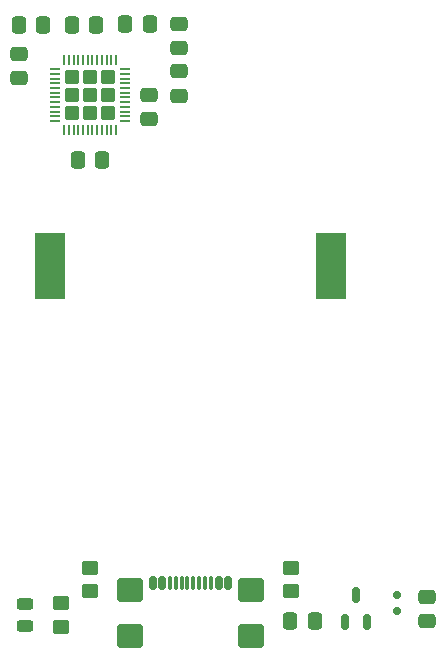
<source format=gbr>
%TF.GenerationSoftware,KiCad,Pcbnew,8.0.3-8.0.3-0~ubuntu24.04.1*%
%TF.CreationDate,2024-06-13T23:21:10+05:00*%
%TF.ProjectId,solartap_mcu_clear_60x60_g400,736f6c61-7274-4617-905f-6d63755f636c,rev?*%
%TF.SameCoordinates,Original*%
%TF.FileFunction,Paste,Top*%
%TF.FilePolarity,Positive*%
%FSLAX46Y46*%
G04 Gerber Fmt 4.6, Leading zero omitted, Abs format (unit mm)*
G04 Created by KiCad (PCBNEW 8.0.3-8.0.3-0~ubuntu24.04.1) date 2024-06-13 23:21:10*
%MOMM*%
%LPD*%
G01*
G04 APERTURE LIST*
G04 Aperture macros list*
%AMRoundRect*
0 Rectangle with rounded corners*
0 $1 Rounding radius*
0 $2 $3 $4 $5 $6 $7 $8 $9 X,Y pos of 4 corners*
0 Add a 4 corners polygon primitive as box body*
4,1,4,$2,$3,$4,$5,$6,$7,$8,$9,$2,$3,0*
0 Add four circle primitives for the rounded corners*
1,1,$1+$1,$2,$3*
1,1,$1+$1,$4,$5*
1,1,$1+$1,$6,$7*
1,1,$1+$1,$8,$9*
0 Add four rect primitives between the rounded corners*
20,1,$1+$1,$2,$3,$4,$5,0*
20,1,$1+$1,$4,$5,$6,$7,0*
20,1,$1+$1,$6,$7,$8,$9,0*
20,1,$1+$1,$8,$9,$2,$3,0*%
G04 Aperture macros list end*
%ADD10RoundRect,0.250000X0.475000X-0.337500X0.475000X0.337500X-0.475000X0.337500X-0.475000X-0.337500X0*%
%ADD11RoundRect,0.250000X-0.475000X0.337500X-0.475000X-0.337500X0.475000X-0.337500X0.475000X0.337500X0*%
%ADD12RoundRect,0.250000X-0.337500X-0.475000X0.337500X-0.475000X0.337500X0.475000X-0.337500X0.475000X0*%
%ADD13RoundRect,0.250000X0.450000X-0.350000X0.450000X0.350000X-0.450000X0.350000X-0.450000X-0.350000X0*%
%ADD14RoundRect,0.250000X-0.840000X-0.750000X0.840000X-0.750000X0.840000X0.750000X-0.840000X0.750000X0*%
%ADD15RoundRect,0.150000X-0.150000X-0.425000X0.150000X-0.425000X0.150000X0.425000X-0.150000X0.425000X0*%
%ADD16RoundRect,0.075000X-0.075000X-0.500000X0.075000X-0.500000X0.075000X0.500000X-0.075000X0.500000X0*%
%ADD17RoundRect,0.243750X-0.456250X0.243750X-0.456250X-0.243750X0.456250X-0.243750X0.456250X0.243750X0*%
%ADD18RoundRect,0.250000X-0.370000X0.370000X-0.370000X-0.370000X0.370000X-0.370000X0.370000X0.370000X0*%
%ADD19RoundRect,0.050000X-0.050000X0.350000X-0.050000X-0.350000X0.050000X-0.350000X0.050000X0.350000X0*%
%ADD20RoundRect,0.050000X-0.350000X0.050000X-0.350000X-0.050000X0.350000X-0.050000X0.350000X0.050000X0*%
%ADD21RoundRect,0.250000X0.337500X0.475000X-0.337500X0.475000X-0.337500X-0.475000X0.337500X-0.475000X0*%
%ADD22RoundRect,0.150000X0.150000X-0.512500X0.150000X0.512500X-0.150000X0.512500X-0.150000X-0.512500X0*%
%ADD23RoundRect,0.150000X0.200000X-0.150000X0.200000X0.150000X-0.200000X0.150000X-0.200000X-0.150000X0*%
%ADD24R,2.600000X5.560000*%
%ADD25RoundRect,0.250000X-0.450000X0.350000X-0.450000X-0.350000X0.450000X-0.350000X0.450000X0.350000X0*%
G04 APERTURE END LIST*
D10*
%TO.C,C5*%
X94000000Y-59037500D03*
X94000000Y-56962500D03*
%TD*%
%TO.C,C4*%
X80500000Y-61567500D03*
X80500000Y-59492500D03*
%TD*%
D11*
%TO.C,C3*%
X94000000Y-60962500D03*
X94000000Y-63037500D03*
%TD*%
D12*
%TO.C,C12*%
X103462500Y-107500000D03*
X105537500Y-107500000D03*
%TD*%
D11*
%TO.C,C13*%
X115000000Y-105462500D03*
X115000000Y-107537500D03*
%TD*%
D13*
%TO.C,R1*%
X84000000Y-108000000D03*
X84000000Y-106000000D03*
%TD*%
D12*
%TO.C,C10*%
X80462500Y-57030000D03*
X82537500Y-57030000D03*
%TD*%
%TO.C,C11*%
X84962500Y-57030000D03*
X87037500Y-57030000D03*
%TD*%
D14*
%TO.C,J1*%
X100110000Y-108825000D03*
X100110000Y-104895000D03*
X89890000Y-108825000D03*
X89890000Y-104895000D03*
D15*
X91800000Y-104320000D03*
X92600000Y-104320000D03*
D16*
X93250000Y-104320000D03*
X94250000Y-104320000D03*
X95750000Y-104320000D03*
X96750000Y-104320000D03*
D15*
X97400000Y-104320000D03*
X98200000Y-104320000D03*
X98200000Y-104320000D03*
X97400000Y-104320000D03*
D16*
X96250000Y-104320000D03*
X95250000Y-104320000D03*
X94750000Y-104320000D03*
X93750000Y-104320000D03*
D15*
X92600000Y-104320000D03*
X91800000Y-104320000D03*
%TD*%
D17*
%TO.C,D1*%
X81000000Y-106062500D03*
X81000000Y-107937500D03*
%TD*%
D18*
%TO.C,U1*%
X88030000Y-61470000D03*
X86500000Y-61470000D03*
X84970000Y-61470000D03*
X88030000Y-63000000D03*
X86500000Y-63000000D03*
X84970000Y-63000000D03*
X88030000Y-64530000D03*
X86500000Y-64530000D03*
X84970000Y-64530000D03*
D19*
X88700000Y-60050000D03*
X88300000Y-60050000D03*
X87900000Y-60050000D03*
X87500000Y-60050000D03*
X87100000Y-60050000D03*
X86700000Y-60050000D03*
X86300000Y-60050000D03*
X85900000Y-60050000D03*
X85500000Y-60050000D03*
X85100000Y-60050000D03*
X84700000Y-60050000D03*
X84300000Y-60050000D03*
D20*
X83550000Y-60800000D03*
X83550000Y-61200000D03*
X83550000Y-61600000D03*
X83550000Y-62000000D03*
X83550000Y-62400000D03*
X83550000Y-62800000D03*
X83550000Y-63200000D03*
X83550000Y-63600000D03*
X83550000Y-64000000D03*
X83550000Y-64400000D03*
X83550000Y-64800000D03*
X83550000Y-65200000D03*
D19*
X84300000Y-65950000D03*
X84700000Y-65950000D03*
X85100000Y-65950000D03*
X85500000Y-65950000D03*
X85900000Y-65950000D03*
X86300000Y-65950000D03*
X86700000Y-65950000D03*
X87100000Y-65950000D03*
X87500000Y-65950000D03*
X87900000Y-65950000D03*
X88300000Y-65950000D03*
X88700000Y-65950000D03*
D20*
X89450000Y-65200000D03*
X89450000Y-64800000D03*
X89450000Y-64400000D03*
X89450000Y-64000000D03*
X89450000Y-63600000D03*
X89450000Y-63200000D03*
X89450000Y-62800000D03*
X89450000Y-62400000D03*
X89450000Y-62000000D03*
X89450000Y-61600000D03*
X89450000Y-61200000D03*
X89450000Y-60800000D03*
%TD*%
D10*
%TO.C,C6*%
X91500000Y-65037500D03*
X91500000Y-62962500D03*
%TD*%
D21*
%TO.C,C2*%
X87537500Y-68500000D03*
X85462500Y-68500000D03*
%TD*%
D22*
%TO.C,U2*%
X109000000Y-105362500D03*
X109950000Y-107637500D03*
X108050000Y-107637500D03*
%TD*%
D23*
%TO.C,D2*%
X112500000Y-106700000D03*
X112500000Y-105300000D03*
%TD*%
D12*
%TO.C,C1*%
X89462500Y-57000000D03*
X91537500Y-57000000D03*
%TD*%
D13*
%TO.C,R2*%
X86500000Y-105000000D03*
X86500000Y-103000000D03*
%TD*%
D24*
%TO.C,BT1*%
X83095000Y-77500000D03*
X106905000Y-77500000D03*
%TD*%
D25*
%TO.C,R3*%
X103500000Y-103000000D03*
X103500000Y-105000000D03*
%TD*%
M02*

</source>
